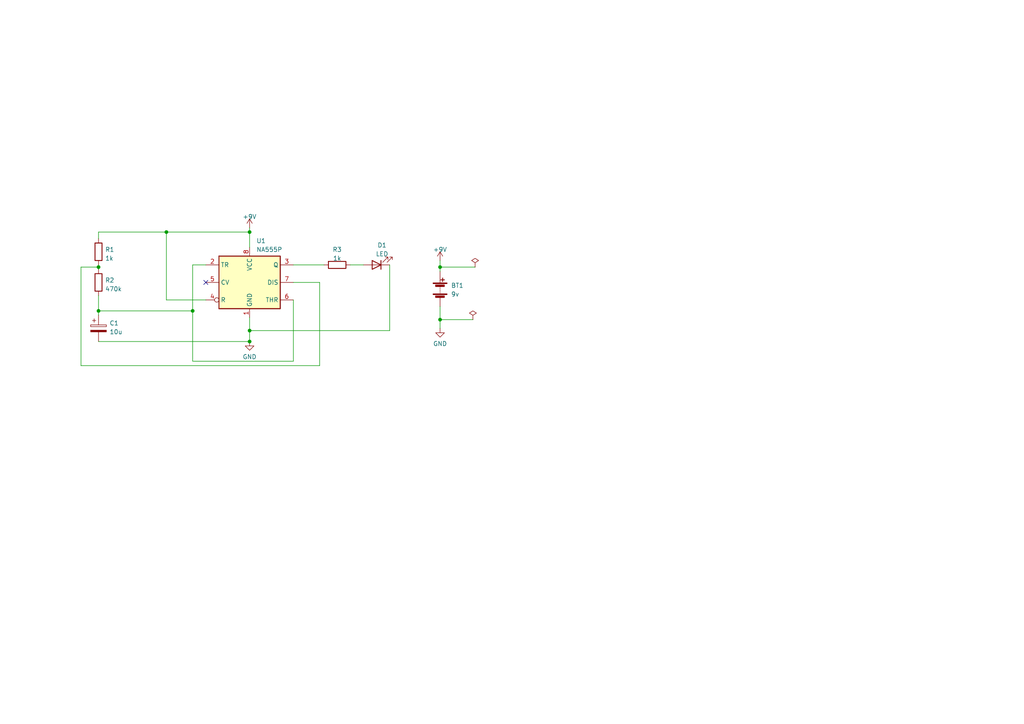
<source format=kicad_sch>
(kicad_sch (version 20230121) (generator eeschema)

  (uuid 77597f74-bc34-4d10-9044-d28a8310c5e0)

  (paper "A4")

  (title_block
    (title "LED Blinker Circuit with 555 Timer")
    (date "2024-12-21")
    (rev "V1.0.0")
    (company "Nosay")
  )

  (lib_symbols
    (symbol "Device:Battery" (pin_numbers hide) (pin_names (offset 0) hide) (in_bom yes) (on_board yes)
      (property "Reference" "BT" (at 2.54 2.54 0)
        (effects (font (size 1.27 1.27)) (justify left))
      )
      (property "Value" "Battery" (at 2.54 0 0)
        (effects (font (size 1.27 1.27)) (justify left))
      )
      (property "Footprint" "" (at 0 1.524 90)
        (effects (font (size 1.27 1.27)) hide)
      )
      (property "Datasheet" "~" (at 0 1.524 90)
        (effects (font (size 1.27 1.27)) hide)
      )
      (property "ki_keywords" "batt voltage-source cell" (at 0 0 0)
        (effects (font (size 1.27 1.27)) hide)
      )
      (property "ki_description" "Multiple-cell battery" (at 0 0 0)
        (effects (font (size 1.27 1.27)) hide)
      )
      (symbol "Battery_0_1"
        (rectangle (start -2.032 -1.397) (end 2.032 -1.651)
          (stroke (width 0) (type default))
          (fill (type outline))
        )
        (rectangle (start -2.032 1.778) (end 2.032 1.524)
          (stroke (width 0) (type default))
          (fill (type outline))
        )
        (rectangle (start -1.3208 -1.9812) (end 1.27 -2.4892)
          (stroke (width 0) (type default))
          (fill (type outline))
        )
        (rectangle (start -1.3208 1.1938) (end 1.27 0.6858)
          (stroke (width 0) (type default))
          (fill (type outline))
        )
        (polyline
          (pts
            (xy 0 -1.524)
            (xy 0 -1.27)
          )
          (stroke (width 0) (type default))
          (fill (type none))
        )
        (polyline
          (pts
            (xy 0 -1.016)
            (xy 0 -0.762)
          )
          (stroke (width 0) (type default))
          (fill (type none))
        )
        (polyline
          (pts
            (xy 0 -0.508)
            (xy 0 -0.254)
          )
          (stroke (width 0) (type default))
          (fill (type none))
        )
        (polyline
          (pts
            (xy 0 0)
            (xy 0 0.254)
          )
          (stroke (width 0) (type default))
          (fill (type none))
        )
        (polyline
          (pts
            (xy 0 0.508)
            (xy 0 0.762)
          )
          (stroke (width 0) (type default))
          (fill (type none))
        )
        (polyline
          (pts
            (xy 0 1.778)
            (xy 0 2.54)
          )
          (stroke (width 0) (type default))
          (fill (type none))
        )
        (polyline
          (pts
            (xy 0.254 2.667)
            (xy 1.27 2.667)
          )
          (stroke (width 0.254) (type default))
          (fill (type none))
        )
        (polyline
          (pts
            (xy 0.762 3.175)
            (xy 0.762 2.159)
          )
          (stroke (width 0.254) (type default))
          (fill (type none))
        )
      )
      (symbol "Battery_1_1"
        (pin passive line (at 0 5.08 270) (length 2.54)
          (name "+" (effects (font (size 1.27 1.27))))
          (number "1" (effects (font (size 1.27 1.27))))
        )
        (pin passive line (at 0 -5.08 90) (length 2.54)
          (name "-" (effects (font (size 1.27 1.27))))
          (number "2" (effects (font (size 1.27 1.27))))
        )
      )
    )
    (symbol "Device:C_Polarized" (pin_numbers hide) (pin_names (offset 0.254)) (in_bom yes) (on_board yes)
      (property "Reference" "C" (at 0.635 2.54 0)
        (effects (font (size 1.27 1.27)) (justify left))
      )
      (property "Value" "C_Polarized" (at 0.635 -2.54 0)
        (effects (font (size 1.27 1.27)) (justify left))
      )
      (property "Footprint" "" (at 0.9652 -3.81 0)
        (effects (font (size 1.27 1.27)) hide)
      )
      (property "Datasheet" "~" (at 0 0 0)
        (effects (font (size 1.27 1.27)) hide)
      )
      (property "ki_keywords" "cap capacitor" (at 0 0 0)
        (effects (font (size 1.27 1.27)) hide)
      )
      (property "ki_description" "Polarized capacitor" (at 0 0 0)
        (effects (font (size 1.27 1.27)) hide)
      )
      (property "ki_fp_filters" "CP_*" (at 0 0 0)
        (effects (font (size 1.27 1.27)) hide)
      )
      (symbol "C_Polarized_0_1"
        (rectangle (start -2.286 0.508) (end 2.286 1.016)
          (stroke (width 0) (type default))
          (fill (type none))
        )
        (polyline
          (pts
            (xy -1.778 2.286)
            (xy -0.762 2.286)
          )
          (stroke (width 0) (type default))
          (fill (type none))
        )
        (polyline
          (pts
            (xy -1.27 2.794)
            (xy -1.27 1.778)
          )
          (stroke (width 0) (type default))
          (fill (type none))
        )
        (rectangle (start 2.286 -0.508) (end -2.286 -1.016)
          (stroke (width 0) (type default))
          (fill (type outline))
        )
      )
      (symbol "C_Polarized_1_1"
        (pin passive line (at 0 3.81 270) (length 2.794)
          (name "~" (effects (font (size 1.27 1.27))))
          (number "1" (effects (font (size 1.27 1.27))))
        )
        (pin passive line (at 0 -3.81 90) (length 2.794)
          (name "~" (effects (font (size 1.27 1.27))))
          (number "2" (effects (font (size 1.27 1.27))))
        )
      )
    )
    (symbol "Device:LED" (pin_numbers hide) (pin_names (offset 1.016) hide) (in_bom yes) (on_board yes)
      (property "Reference" "D" (at 0 2.54 0)
        (effects (font (size 1.27 1.27)))
      )
      (property "Value" "LED" (at 0 -2.54 0)
        (effects (font (size 1.27 1.27)))
      )
      (property "Footprint" "" (at 0 0 0)
        (effects (font (size 1.27 1.27)) hide)
      )
      (property "Datasheet" "~" (at 0 0 0)
        (effects (font (size 1.27 1.27)) hide)
      )
      (property "ki_keywords" "LED diode" (at 0 0 0)
        (effects (font (size 1.27 1.27)) hide)
      )
      (property "ki_description" "Light emitting diode" (at 0 0 0)
        (effects (font (size 1.27 1.27)) hide)
      )
      (property "ki_fp_filters" "LED* LED_SMD:* LED_THT:*" (at 0 0 0)
        (effects (font (size 1.27 1.27)) hide)
      )
      (symbol "LED_0_1"
        (polyline
          (pts
            (xy -1.27 -1.27)
            (xy -1.27 1.27)
          )
          (stroke (width 0.254) (type default))
          (fill (type none))
        )
        (polyline
          (pts
            (xy -1.27 0)
            (xy 1.27 0)
          )
          (stroke (width 0) (type default))
          (fill (type none))
        )
        (polyline
          (pts
            (xy 1.27 -1.27)
            (xy 1.27 1.27)
            (xy -1.27 0)
            (xy 1.27 -1.27)
          )
          (stroke (width 0.254) (type default))
          (fill (type none))
        )
        (polyline
          (pts
            (xy -3.048 -0.762)
            (xy -4.572 -2.286)
            (xy -3.81 -2.286)
            (xy -4.572 -2.286)
            (xy -4.572 -1.524)
          )
          (stroke (width 0) (type default))
          (fill (type none))
        )
        (polyline
          (pts
            (xy -1.778 -0.762)
            (xy -3.302 -2.286)
            (xy -2.54 -2.286)
            (xy -3.302 -2.286)
            (xy -3.302 -1.524)
          )
          (stroke (width 0) (type default))
          (fill (type none))
        )
      )
      (symbol "LED_1_1"
        (pin passive line (at -3.81 0 0) (length 2.54)
          (name "K" (effects (font (size 1.27 1.27))))
          (number "1" (effects (font (size 1.27 1.27))))
        )
        (pin passive line (at 3.81 0 180) (length 2.54)
          (name "A" (effects (font (size 1.27 1.27))))
          (number "2" (effects (font (size 1.27 1.27))))
        )
      )
    )
    (symbol "Device:R" (pin_numbers hide) (pin_names (offset 0)) (in_bom yes) (on_board yes)
      (property "Reference" "R" (at 2.032 0 90)
        (effects (font (size 1.27 1.27)))
      )
      (property "Value" "R" (at 0 0 90)
        (effects (font (size 1.27 1.27)))
      )
      (property "Footprint" "" (at -1.778 0 90)
        (effects (font (size 1.27 1.27)) hide)
      )
      (property "Datasheet" "~" (at 0 0 0)
        (effects (font (size 1.27 1.27)) hide)
      )
      (property "ki_keywords" "R res resistor" (at 0 0 0)
        (effects (font (size 1.27 1.27)) hide)
      )
      (property "ki_description" "Resistor" (at 0 0 0)
        (effects (font (size 1.27 1.27)) hide)
      )
      (property "ki_fp_filters" "R_*" (at 0 0 0)
        (effects (font (size 1.27 1.27)) hide)
      )
      (symbol "R_0_1"
        (rectangle (start -1.016 -2.54) (end 1.016 2.54)
          (stroke (width 0.254) (type default))
          (fill (type none))
        )
      )
      (symbol "R_1_1"
        (pin passive line (at 0 3.81 270) (length 1.27)
          (name "~" (effects (font (size 1.27 1.27))))
          (number "1" (effects (font (size 1.27 1.27))))
        )
        (pin passive line (at 0 -3.81 90) (length 1.27)
          (name "~" (effects (font (size 1.27 1.27))))
          (number "2" (effects (font (size 1.27 1.27))))
        )
      )
    )
    (symbol "Timer:NA555P" (in_bom yes) (on_board yes)
      (property "Reference" "U" (at -10.16 8.89 0)
        (effects (font (size 1.27 1.27)) (justify left))
      )
      (property "Value" "NA555P" (at 2.54 8.89 0)
        (effects (font (size 1.27 1.27)) (justify left))
      )
      (property "Footprint" "Package_DIP:DIP-8_W7.62mm" (at 16.51 -10.16 0)
        (effects (font (size 1.27 1.27)) hide)
      )
      (property "Datasheet" "http://www.ti.com/lit/ds/symlink/ne555.pdf" (at 21.59 -10.16 0)
        (effects (font (size 1.27 1.27)) hide)
      )
      (property "ki_keywords" "single timer 555" (at 0 0 0)
        (effects (font (size 1.27 1.27)) hide)
      )
      (property "ki_description" "Precision Timers, 555 compatible, PDIP-8" (at 0 0 0)
        (effects (font (size 1.27 1.27)) hide)
      )
      (property "ki_fp_filters" "DIP*W7.62mm*" (at 0 0 0)
        (effects (font (size 1.27 1.27)) hide)
      )
      (symbol "NA555P_0_0"
        (pin power_in line (at 0 -10.16 90) (length 2.54)
          (name "GND" (effects (font (size 1.27 1.27))))
          (number "1" (effects (font (size 1.27 1.27))))
        )
        (pin power_in line (at 0 10.16 270) (length 2.54)
          (name "VCC" (effects (font (size 1.27 1.27))))
          (number "8" (effects (font (size 1.27 1.27))))
        )
      )
      (symbol "NA555P_0_1"
        (rectangle (start -8.89 -7.62) (end 8.89 7.62)
          (stroke (width 0.254) (type default))
          (fill (type background))
        )
        (rectangle (start -8.89 -7.62) (end 8.89 7.62)
          (stroke (width 0.254) (type default))
          (fill (type background))
        )
      )
      (symbol "NA555P_1_1"
        (pin input line (at -12.7 5.08 0) (length 3.81)
          (name "TR" (effects (font (size 1.27 1.27))))
          (number "2" (effects (font (size 1.27 1.27))))
        )
        (pin output line (at 12.7 5.08 180) (length 3.81)
          (name "Q" (effects (font (size 1.27 1.27))))
          (number "3" (effects (font (size 1.27 1.27))))
        )
        (pin input inverted (at -12.7 -5.08 0) (length 3.81)
          (name "R" (effects (font (size 1.27 1.27))))
          (number "4" (effects (font (size 1.27 1.27))))
        )
        (pin input line (at -12.7 0 0) (length 3.81)
          (name "CV" (effects (font (size 1.27 1.27))))
          (number "5" (effects (font (size 1.27 1.27))))
        )
        (pin input line (at 12.7 -5.08 180) (length 3.81)
          (name "THR" (effects (font (size 1.27 1.27))))
          (number "6" (effects (font (size 1.27 1.27))))
        )
        (pin input line (at 12.7 0 180) (length 3.81)
          (name "DIS" (effects (font (size 1.27 1.27))))
          (number "7" (effects (font (size 1.27 1.27))))
        )
      )
    )
    (symbol "power:+9V" (power) (pin_names (offset 0)) (in_bom yes) (on_board yes)
      (property "Reference" "#PWR" (at 0 -3.81 0)
        (effects (font (size 1.27 1.27)) hide)
      )
      (property "Value" "+9V" (at 0 3.556 0)
        (effects (font (size 1.27 1.27)))
      )
      (property "Footprint" "" (at 0 0 0)
        (effects (font (size 1.27 1.27)) hide)
      )
      (property "Datasheet" "" (at 0 0 0)
        (effects (font (size 1.27 1.27)) hide)
      )
      (property "ki_keywords" "global power" (at 0 0 0)
        (effects (font (size 1.27 1.27)) hide)
      )
      (property "ki_description" "Power symbol creates a global label with name \"+9V\"" (at 0 0 0)
        (effects (font (size 1.27 1.27)) hide)
      )
      (symbol "+9V_0_1"
        (polyline
          (pts
            (xy -0.762 1.27)
            (xy 0 2.54)
          )
          (stroke (width 0) (type default))
          (fill (type none))
        )
        (polyline
          (pts
            (xy 0 0)
            (xy 0 2.54)
          )
          (stroke (width 0) (type default))
          (fill (type none))
        )
        (polyline
          (pts
            (xy 0 2.54)
            (xy 0.762 1.27)
          )
          (stroke (width 0) (type default))
          (fill (type none))
        )
      )
      (symbol "+9V_1_1"
        (pin power_in line (at 0 0 90) (length 0) hide
          (name "+9V" (effects (font (size 1.27 1.27))))
          (number "1" (effects (font (size 1.27 1.27))))
        )
      )
    )
    (symbol "power:GND" (power) (pin_names (offset 0)) (in_bom yes) (on_board yes)
      (property "Reference" "#PWR" (at 0 -6.35 0)
        (effects (font (size 1.27 1.27)) hide)
      )
      (property "Value" "GND" (at 0 -3.81 0)
        (effects (font (size 1.27 1.27)))
      )
      (property "Footprint" "" (at 0 0 0)
        (effects (font (size 1.27 1.27)) hide)
      )
      (property "Datasheet" "" (at 0 0 0)
        (effects (font (size 1.27 1.27)) hide)
      )
      (property "ki_keywords" "global power" (at 0 0 0)
        (effects (font (size 1.27 1.27)) hide)
      )
      (property "ki_description" "Power symbol creates a global label with name \"GND\" , ground" (at 0 0 0)
        (effects (font (size 1.27 1.27)) hide)
      )
      (symbol "GND_0_1"
        (polyline
          (pts
            (xy 0 0)
            (xy 0 -1.27)
            (xy 1.27 -1.27)
            (xy 0 -2.54)
            (xy -1.27 -1.27)
            (xy 0 -1.27)
          )
          (stroke (width 0) (type default))
          (fill (type none))
        )
      )
      (symbol "GND_1_1"
        (pin power_in line (at 0 0 270) (length 0) hide
          (name "GND" (effects (font (size 1.27 1.27))))
          (number "1" (effects (font (size 1.27 1.27))))
        )
      )
    )
    (symbol "power:PWR_FLAG" (power) (pin_numbers hide) (pin_names (offset 0) hide) (in_bom yes) (on_board yes)
      (property "Reference" "#FLG" (at 0 1.905 0)
        (effects (font (size 1.27 1.27)) hide)
      )
      (property "Value" "PWR_FLAG" (at 0 3.81 0)
        (effects (font (size 1.27 1.27)))
      )
      (property "Footprint" "" (at 0 0 0)
        (effects (font (size 1.27 1.27)) hide)
      )
      (property "Datasheet" "~" (at 0 0 0)
        (effects (font (size 1.27 1.27)) hide)
      )
      (property "ki_keywords" "flag power" (at 0 0 0)
        (effects (font (size 1.27 1.27)) hide)
      )
      (property "ki_description" "Special symbol for telling ERC where power comes from" (at 0 0 0)
        (effects (font (size 1.27 1.27)) hide)
      )
      (symbol "PWR_FLAG_0_0"
        (pin power_out line (at 0 0 90) (length 0)
          (name "pwr" (effects (font (size 1.27 1.27))))
          (number "1" (effects (font (size 1.27 1.27))))
        )
      )
      (symbol "PWR_FLAG_0_1"
        (polyline
          (pts
            (xy 0 0)
            (xy 0 1.27)
            (xy -1.016 1.905)
            (xy 0 2.54)
            (xy 1.016 1.905)
            (xy 0 1.27)
          )
          (stroke (width 0) (type default))
          (fill (type none))
        )
      )
    )
  )

  (junction (at 28.575 77.47) (diameter 0) (color 0 0 0 0)
    (uuid 0d226708-9984-4284-8644-556149b7e33f)
  )
  (junction (at 55.88 90.17) (diameter 0) (color 0 0 0 0)
    (uuid 1501597d-c0e9-48c5-b12c-8d6bb1591681)
  )
  (junction (at 72.39 67.31) (diameter 0) (color 0 0 0 0)
    (uuid 264504cd-5db6-492b-8258-b7872c2f35a6)
  )
  (junction (at 72.39 99.06) (diameter 0) (color 0 0 0 0)
    (uuid 60ed0cf8-25e7-41f3-9f52-faaa83be7a80)
  )
  (junction (at 28.575 90.17) (diameter 0) (color 0 0 0 0)
    (uuid 79751161-dccc-4ade-b772-e45d67d59dea)
  )
  (junction (at 127.635 92.71) (diameter 0) (color 0 0 0 0)
    (uuid 7a37b577-af9d-4e6a-9a26-13a9991381ac)
  )
  (junction (at 127.635 77.47) (diameter 0) (color 0 0 0 0)
    (uuid 8a9e603d-285a-4ecb-8765-10563a560c38)
  )
  (junction (at 72.39 95.885) (diameter 0) (color 0 0 0 0)
    (uuid a937583c-8ff8-4988-b7e2-181580e08d1a)
  )
  (junction (at 48.26 67.31) (diameter 0) (color 0 0 0 0)
    (uuid dadc91f9-b384-4f7f-869b-c62285824be3)
  )

  (no_connect (at 59.69 81.915) (uuid d03ba2fb-3d6c-487a-bb90-bbb70add322f))

  (wire (pts (xy 127.635 77.47) (xy 137.795 77.47))
    (stroke (width 0) (type default))
    (uuid 08b782f0-4f31-4586-a36b-ced2917f080b)
  )
  (wire (pts (xy 85.09 104.775) (xy 85.09 86.995))
    (stroke (width 0) (type default))
    (uuid 0ca44c70-9a36-42f5-9760-f81e55c240d2)
  )
  (wire (pts (xy 55.88 76.835) (xy 55.88 90.17))
    (stroke (width 0) (type default))
    (uuid 19292950-c30f-4bd4-8ee8-bec7f1ab05e4)
  )
  (wire (pts (xy 28.575 67.31) (xy 48.26 67.31))
    (stroke (width 0) (type default))
    (uuid 1b4bbbf4-98cc-443e-be5d-fdcccd6c9473)
  )
  (wire (pts (xy 127.635 77.47) (xy 127.635 78.74))
    (stroke (width 0) (type default))
    (uuid 1d7dc30f-7b17-4361-a007-98bda6b3c14d)
  )
  (wire (pts (xy 72.39 92.075) (xy 72.39 95.885))
    (stroke (width 0) (type default))
    (uuid 1f6b4f7f-1c91-4261-9ad9-025a8cfd791a)
  )
  (wire (pts (xy 28.575 76.835) (xy 28.575 77.47))
    (stroke (width 0) (type default))
    (uuid 1f93a985-d33b-4dc3-b86c-aa881a5c8e6f)
  )
  (wire (pts (xy 55.88 90.17) (xy 55.88 104.775))
    (stroke (width 0) (type default))
    (uuid 23f4f29a-2cb2-46c3-ae7d-b2d1792cd30b)
  )
  (wire (pts (xy 23.495 77.47) (xy 23.495 106.045))
    (stroke (width 0) (type default))
    (uuid 2a1740b5-0534-435b-a71d-d5438ec3fb59)
  )
  (wire (pts (xy 127.635 75.565) (xy 127.635 77.47))
    (stroke (width 0) (type default))
    (uuid 2acd8ce1-3d07-4201-802e-8d754b0a7f74)
  )
  (wire (pts (xy 113.03 76.835) (xy 113.03 95.885))
    (stroke (width 0) (type default))
    (uuid 385e2a9e-8c83-4d76-873a-19b09b11be57)
  )
  (wire (pts (xy 28.575 90.17) (xy 28.575 91.44))
    (stroke (width 0) (type default))
    (uuid 45c43d81-0219-4f34-a2e1-007660028e34)
  )
  (wire (pts (xy 28.575 69.215) (xy 28.575 67.31))
    (stroke (width 0) (type default))
    (uuid 46d12b08-3aac-4ce3-b1bf-aed04ea9402b)
  )
  (wire (pts (xy 72.39 66.04) (xy 72.39 67.31))
    (stroke (width 0) (type default))
    (uuid 590bea50-0feb-4a61-a661-91e9fe50c07e)
  )
  (wire (pts (xy 85.09 76.835) (xy 93.98 76.835))
    (stroke (width 0) (type default))
    (uuid 5f45cf41-4c2e-4396-924d-e1fcca5c6d7e)
  )
  (wire (pts (xy 28.575 90.17) (xy 55.88 90.17))
    (stroke (width 0) (type default))
    (uuid 6ca2e9c8-702d-437e-b0e5-def7f1af9804)
  )
  (wire (pts (xy 127.635 88.9) (xy 127.635 92.71))
    (stroke (width 0) (type default))
    (uuid 6d755d80-24a6-43e6-af14-f5126dbd63cb)
  )
  (wire (pts (xy 101.6 76.835) (xy 105.41 76.835))
    (stroke (width 0) (type default))
    (uuid 6ee1fab1-e69c-43c8-b702-c7573427b34b)
  )
  (wire (pts (xy 48.26 67.31) (xy 72.39 67.31))
    (stroke (width 0) (type default))
    (uuid 76ab8591-9094-4061-ab8e-f6cfe25cc243)
  )
  (wire (pts (xy 113.03 95.885) (xy 72.39 95.885))
    (stroke (width 0) (type default))
    (uuid 8e9253ee-6bde-4a98-973c-c848a42c098a)
  )
  (wire (pts (xy 137.16 92.71) (xy 127.635 92.71))
    (stroke (width 0) (type default))
    (uuid 94e72cb1-ba52-4fd4-a516-e2cb9a024e26)
  )
  (wire (pts (xy 59.69 76.835) (xy 55.88 76.835))
    (stroke (width 0) (type default))
    (uuid 9ec74cea-feb5-4122-8cc0-e0e9997b2083)
  )
  (wire (pts (xy 92.71 81.915) (xy 85.09 81.915))
    (stroke (width 0) (type default))
    (uuid ac213d60-4684-4380-b0b1-49defa445851)
  )
  (wire (pts (xy 59.69 86.995) (xy 48.26 86.995))
    (stroke (width 0) (type default))
    (uuid acc603e1-17ed-4b93-8761-897838fcecb2)
  )
  (wire (pts (xy 72.39 67.31) (xy 72.39 71.755))
    (stroke (width 0) (type default))
    (uuid b7be8e8a-6b1c-4fb2-aa71-4f680fddb101)
  )
  (wire (pts (xy 28.575 85.725) (xy 28.575 90.17))
    (stroke (width 0) (type default))
    (uuid c612cfc2-494a-46a0-aa77-300758bf908a)
  )
  (wire (pts (xy 48.26 86.995) (xy 48.26 67.31))
    (stroke (width 0) (type default))
    (uuid cbb7a841-55f4-47e5-b3f6-9ab8d9b5bec0)
  )
  (wire (pts (xy 127.635 92.71) (xy 127.635 95.25))
    (stroke (width 0) (type default))
    (uuid d16d55d1-a483-4b76-b74f-d42967bba04d)
  )
  (wire (pts (xy 92.71 106.045) (xy 92.71 81.915))
    (stroke (width 0) (type default))
    (uuid d4203473-2e67-4302-b43d-0a9a991d6b5e)
  )
  (wire (pts (xy 28.575 77.47) (xy 28.575 78.105))
    (stroke (width 0) (type default))
    (uuid de828a70-1407-434d-9dfa-620f0e2104a4)
  )
  (wire (pts (xy 28.575 77.47) (xy 23.495 77.47))
    (stroke (width 0) (type default))
    (uuid e0820fb7-e0e1-4f4e-b0be-e5b4ed65a7ec)
  )
  (wire (pts (xy 23.495 106.045) (xy 92.71 106.045))
    (stroke (width 0) (type default))
    (uuid ed0ede11-42d2-4d35-80a9-4bfe0b7754d3)
  )
  (wire (pts (xy 55.88 104.775) (xy 85.09 104.775))
    (stroke (width 0) (type default))
    (uuid f5a0a60a-2aa1-4f9f-b0ed-57109aaf42de)
  )
  (wire (pts (xy 28.575 99.06) (xy 72.39 99.06))
    (stroke (width 0) (type default))
    (uuid fbaa1623-0ac5-44d0-bd86-645585e67117)
  )
  (wire (pts (xy 72.39 95.885) (xy 72.39 99.06))
    (stroke (width 0) (type default))
    (uuid fe3006b9-4bb2-40a0-a436-72a575270e7c)
  )

  (symbol (lib_id "power:GND") (at 127.635 95.25 0) (unit 1)
    (in_bom yes) (on_board yes) (dnp no) (fields_autoplaced)
    (uuid 04656642-d267-4467-8f09-ee118b5b7428)
    (property "Reference" "#PWR04" (at 127.635 101.6 0)
      (effects (font (size 1.27 1.27)) hide)
    )
    (property "Value" "GND" (at 127.635 99.695 0)
      (effects (font (size 1.27 1.27)))
    )
    (property "Footprint" "" (at 127.635 95.25 0)
      (effects (font (size 1.27 1.27)) hide)
    )
    (property "Datasheet" "" (at 127.635 95.25 0)
      (effects (font (size 1.27 1.27)) hide)
    )
    (pin "1" (uuid 0be5fa40-321e-4786-9dc4-fdbcc2f61c22))
    (instances
      (project "LED Blinker"
        (path "/77597f74-bc34-4d10-9044-d28a8310c5e0"
          (reference "#PWR04") (unit 1)
        )
      )
    )
  )

  (symbol (lib_id "power:PWR_FLAG") (at 137.795 77.47 0) (unit 1)
    (in_bom yes) (on_board yes) (dnp no) (fields_autoplaced)
    (uuid 333c7852-bf0e-4efb-a646-8fadb81ab212)
    (property "Reference" "#FLG02" (at 137.795 75.565 0)
      (effects (font (size 1.27 1.27)) hide)
    )
    (property "Value" "PWR_FLAG" (at 137.795 73.66 0)
      (effects (font (size 1.27 1.27)) hide)
    )
    (property "Footprint" "" (at 137.795 77.47 0)
      (effects (font (size 1.27 1.27)) hide)
    )
    (property "Datasheet" "~" (at 137.795 77.47 0)
      (effects (font (size 1.27 1.27)) hide)
    )
    (pin "1" (uuid 0ddb66f5-c585-4abc-b9d8-cfe2a6f1b195))
    (instances
      (project "LED Blinker"
        (path "/77597f74-bc34-4d10-9044-d28a8310c5e0"
          (reference "#FLG02") (unit 1)
        )
      )
    )
  )

  (symbol (lib_id "Device:C_Polarized") (at 28.575 95.25 0) (unit 1)
    (in_bom yes) (on_board yes) (dnp no) (fields_autoplaced)
    (uuid 34deaf17-0d10-411a-814b-2e58df365c5c)
    (property "Reference" "C1" (at 31.75 93.726 0)
      (effects (font (size 1.27 1.27)) (justify left))
    )
    (property "Value" "10u" (at 31.75 96.266 0)
      (effects (font (size 1.27 1.27)) (justify left))
    )
    (property "Footprint" "Capacitor_THT:CP_Axial_L10.0mm_D4.5mm_P15.00mm_Horizontal" (at 29.5402 99.06 0)
      (effects (font (size 1.27 1.27)) hide)
    )
    (property "Datasheet" "~" (at 28.575 95.25 0)
      (effects (font (size 1.27 1.27)) hide)
    )
    (pin "1" (uuid 780f076e-49d5-4b74-98bf-34d7baba2d8a))
    (pin "2" (uuid 72ded0bf-a20a-4bfe-8c09-82cb22e31638))
    (instances
      (project "LED Blinker"
        (path "/77597f74-bc34-4d10-9044-d28a8310c5e0"
          (reference "C1") (unit 1)
        )
      )
    )
  )

  (symbol (lib_id "Device:Battery") (at 127.635 83.82 0) (unit 1)
    (in_bom yes) (on_board yes) (dnp no) (fields_autoplaced)
    (uuid 51189c51-32bd-494b-a946-9eb1a13ffba5)
    (property "Reference" "BT1" (at 130.81 82.804 0)
      (effects (font (size 1.27 1.27)) (justify left))
    )
    (property "Value" "9v" (at 130.81 85.344 0)
      (effects (font (size 1.27 1.27)) (justify left))
    )
    (property "Footprint" "TerminalBlock:TerminalBlock_bornier-2_P5.08mm" (at 127.635 82.296 90)
      (effects (font (size 1.27 1.27)) hide)
    )
    (property "Datasheet" "~" (at 127.635 82.296 90)
      (effects (font (size 1.27 1.27)) hide)
    )
    (pin "1" (uuid 07b26d2a-080e-4e0e-9dfc-b196cc92c326))
    (pin "2" (uuid b286afb1-33b6-4b8e-9a99-d61c1ae5130b))
    (instances
      (project "LED Blinker"
        (path "/77597f74-bc34-4d10-9044-d28a8310c5e0"
          (reference "BT1") (unit 1)
        )
      )
    )
  )

  (symbol (lib_id "Timer:NA555P") (at 72.39 81.915 0) (unit 1)
    (in_bom yes) (on_board yes) (dnp no) (fields_autoplaced)
    (uuid 5f124188-b81b-4652-ab40-f7b277f42199)
    (property "Reference" "U1" (at 74.3459 69.85 0)
      (effects (font (size 1.27 1.27)) (justify left))
    )
    (property "Value" "NA555P" (at 74.3459 72.39 0)
      (effects (font (size 1.27 1.27)) (justify left))
    )
    (property "Footprint" "Package_DIP:DIP-8_W7.62mm" (at 88.9 92.075 0)
      (effects (font (size 1.27 1.27)) hide)
    )
    (property "Datasheet" "http://www.ti.com/lit/ds/symlink/ne555.pdf" (at 93.98 92.075 0)
      (effects (font (size 1.27 1.27)) hide)
    )
    (pin "1" (uuid 7db59608-0066-4ea3-af83-a36474a7225d))
    (pin "8" (uuid 97053a76-474d-4e3a-b275-9f86806ccd49))
    (pin "2" (uuid 2d971124-7560-41cc-84a8-32de40385d1b))
    (pin "3" (uuid 3925a462-2ee1-4e6d-990c-e3508792b154))
    (pin "4" (uuid d304fd5f-2727-4ffe-a599-f607df325023))
    (pin "5" (uuid 54d731bb-36db-4ab1-81d1-c735df5b4c5d))
    (pin "6" (uuid 0324b291-5d7b-4846-9007-e7f869d5c48b))
    (pin "7" (uuid ce23099f-55a7-4cef-846e-6115d8798544))
    (instances
      (project "LED Blinker"
        (path "/77597f74-bc34-4d10-9044-d28a8310c5e0"
          (reference "U1") (unit 1)
        )
      )
    )
  )

  (symbol (lib_id "Device:LED") (at 109.22 76.835 180) (unit 1)
    (in_bom yes) (on_board yes) (dnp no) (fields_autoplaced)
    (uuid 95136e1d-2707-4291-b13e-ff22d2c4e9ea)
    (property "Reference" "D1" (at 110.8075 71.12 0)
      (effects (font (size 1.27 1.27)))
    )
    (property "Value" "LED" (at 110.8075 73.66 0)
      (effects (font (size 1.27 1.27)))
    )
    (property "Footprint" "LED_THT:LED_D8.0mm" (at 109.22 76.835 0)
      (effects (font (size 1.27 1.27)) hide)
    )
    (property "Datasheet" "~" (at 109.22 76.835 0)
      (effects (font (size 1.27 1.27)) hide)
    )
    (pin "1" (uuid e98973d6-52e1-45f3-99d9-46a2138184c5))
    (pin "2" (uuid 34ff8ffe-e7cd-44c5-a56e-4fe5c8b0ebe6))
    (instances
      (project "LED Blinker"
        (path "/77597f74-bc34-4d10-9044-d28a8310c5e0"
          (reference "D1") (unit 1)
        )
      )
    )
  )

  (symbol (lib_id "power:GND") (at 72.39 99.06 0) (unit 1)
    (in_bom yes) (on_board yes) (dnp no) (fields_autoplaced)
    (uuid 95febc7d-c982-4183-9689-1f9f56660fa2)
    (property "Reference" "#PWR02" (at 72.39 105.41 0)
      (effects (font (size 1.27 1.27)) hide)
    )
    (property "Value" "GND" (at 72.39 103.505 0)
      (effects (font (size 1.27 1.27)))
    )
    (property "Footprint" "" (at 72.39 99.06 0)
      (effects (font (size 1.27 1.27)) hide)
    )
    (property "Datasheet" "" (at 72.39 99.06 0)
      (effects (font (size 1.27 1.27)) hide)
    )
    (pin "1" (uuid f287d383-e2d6-48c7-93b5-bdb8470211c7))
    (instances
      (project "LED Blinker"
        (path "/77597f74-bc34-4d10-9044-d28a8310c5e0"
          (reference "#PWR02") (unit 1)
        )
      )
    )
  )

  (symbol (lib_id "Device:R") (at 28.575 73.025 0) (unit 1)
    (in_bom yes) (on_board yes) (dnp no) (fields_autoplaced)
    (uuid ae7d0f6f-1b0d-4453-88f7-87ff38a276cf)
    (property "Reference" "R1" (at 30.48 72.39 0)
      (effects (font (size 1.27 1.27)) (justify left))
    )
    (property "Value" "1k" (at 30.48 74.93 0)
      (effects (font (size 1.27 1.27)) (justify left))
    )
    (property "Footprint" "Resistor_THT:R_Axial_DIN0204_L3.6mm_D1.6mm_P5.08mm_Horizontal" (at 26.797 73.025 90)
      (effects (font (size 1.27 1.27)) hide)
    )
    (property "Datasheet" "~" (at 28.575 73.025 0)
      (effects (font (size 1.27 1.27)) hide)
    )
    (pin "1" (uuid 29483330-2404-45a1-abb3-0c6b3f142392))
    (pin "2" (uuid 876e2482-dfbd-4761-b422-25930dc1c82b))
    (instances
      (project "LED Blinker"
        (path "/77597f74-bc34-4d10-9044-d28a8310c5e0"
          (reference "R1") (unit 1)
        )
      )
    )
  )

  (symbol (lib_id "power:+9V") (at 72.39 66.04 0) (unit 1)
    (in_bom yes) (on_board yes) (dnp no) (fields_autoplaced)
    (uuid b2af6644-98f5-4a4b-9524-c3c4ed39bb0e)
    (property "Reference" "#PWR01" (at 72.39 69.85 0)
      (effects (font (size 1.27 1.27)) hide)
    )
    (property "Value" "+9V" (at 72.39 62.865 0)
      (effects (font (size 1.27 1.27)))
    )
    (property "Footprint" "" (at 72.39 66.04 0)
      (effects (font (size 1.27 1.27)) hide)
    )
    (property "Datasheet" "" (at 72.39 66.04 0)
      (effects (font (size 1.27 1.27)) hide)
    )
    (pin "1" (uuid 9a3b628e-e825-4261-a182-596ceca87c5b))
    (instances
      (project "LED Blinker"
        (path "/77597f74-bc34-4d10-9044-d28a8310c5e0"
          (reference "#PWR01") (unit 1)
        )
      )
    )
  )

  (symbol (lib_id "power:+9V") (at 127.635 75.565 0) (unit 1)
    (in_bom yes) (on_board yes) (dnp no) (fields_autoplaced)
    (uuid c232f485-3776-4087-bffb-67188a795e6f)
    (property "Reference" "#PWR03" (at 127.635 79.375 0)
      (effects (font (size 1.27 1.27)) hide)
    )
    (property "Value" "+9V" (at 127.635 72.39 0)
      (effects (font (size 1.27 1.27)))
    )
    (property "Footprint" "" (at 127.635 75.565 0)
      (effects (font (size 1.27 1.27)) hide)
    )
    (property "Datasheet" "" (at 127.635 75.565 0)
      (effects (font (size 1.27 1.27)) hide)
    )
    (pin "1" (uuid f615e05a-f619-429d-bd43-d8933049279b))
    (instances
      (project "LED Blinker"
        (path "/77597f74-bc34-4d10-9044-d28a8310c5e0"
          (reference "#PWR03") (unit 1)
        )
      )
    )
  )

  (symbol (lib_id "Device:R") (at 28.575 81.915 0) (unit 1)
    (in_bom yes) (on_board yes) (dnp no) (fields_autoplaced)
    (uuid cf9a50cb-0615-4acd-b1ef-ea54c46441d9)
    (property "Reference" "R2" (at 30.48 81.28 0)
      (effects (font (size 1.27 1.27)) (justify left))
    )
    (property "Value" "470k" (at 30.48 83.82 0)
      (effects (font (size 1.27 1.27)) (justify left))
    )
    (property "Footprint" "Resistor_THT:R_Axial_DIN0204_L3.6mm_D1.6mm_P5.08mm_Horizontal" (at 26.797 81.915 90)
      (effects (font (size 1.27 1.27)) hide)
    )
    (property "Datasheet" "~" (at 28.575 81.915 0)
      (effects (font (size 1.27 1.27)) hide)
    )
    (pin "1" (uuid 770197fb-7a35-4b4d-a79e-c43b2431bda9))
    (pin "2" (uuid 2747fdff-bebd-4813-a729-fc4a19374206))
    (instances
      (project "LED Blinker"
        (path "/77597f74-bc34-4d10-9044-d28a8310c5e0"
          (reference "R2") (unit 1)
        )
      )
    )
  )

  (symbol (lib_id "power:PWR_FLAG") (at 137.16 92.71 0) (unit 1)
    (in_bom yes) (on_board yes) (dnp no) (fields_autoplaced)
    (uuid d857f07b-e401-43c7-bb2f-172841f492c3)
    (property "Reference" "#FLG01" (at 137.16 90.805 0)
      (effects (font (size 1.27 1.27)) hide)
    )
    (property "Value" "PWR_FLAG" (at 137.16 88.9 0)
      (effects (font (size 1.27 1.27)) hide)
    )
    (property "Footprint" "" (at 137.16 92.71 0)
      (effects (font (size 1.27 1.27)) hide)
    )
    (property "Datasheet" "~" (at 137.16 92.71 0)
      (effects (font (size 1.27 1.27)) hide)
    )
    (pin "1" (uuid 37e0d7af-9238-4de1-82bf-46992694fd2b))
    (instances
      (project "LED Blinker"
        (path "/77597f74-bc34-4d10-9044-d28a8310c5e0"
          (reference "#FLG01") (unit 1)
        )
      )
    )
  )

  (symbol (lib_id "Device:R") (at 97.79 76.835 90) (unit 1)
    (in_bom yes) (on_board yes) (dnp no) (fields_autoplaced)
    (uuid dd45921e-edcc-4d88-85cf-1e603e3c8817)
    (property "Reference" "R3" (at 97.79 72.39 90)
      (effects (font (size 1.27 1.27)))
    )
    (property "Value" "1k" (at 97.79 74.93 90)
      (effects (font (size 1.27 1.27)))
    )
    (property "Footprint" "Resistor_THT:R_Axial_DIN0204_L3.6mm_D1.6mm_P5.08mm_Horizontal" (at 97.79 78.613 90)
      (effects (font (size 1.27 1.27)) hide)
    )
    (property "Datasheet" "~" (at 97.79 76.835 0)
      (effects (font (size 1.27 1.27)) hide)
    )
    (pin "1" (uuid 630d6d36-c568-4938-a409-9ee64efe222e))
    (pin "2" (uuid 80dfa425-1e44-48ee-865c-192c7db0b9b1))
    (instances
      (project "LED Blinker"
        (path "/77597f74-bc34-4d10-9044-d28a8310c5e0"
          (reference "R3") (unit 1)
        )
      )
    )
  )

  (sheet_instances
    (path "/" (page "1"))
  )
)

</source>
